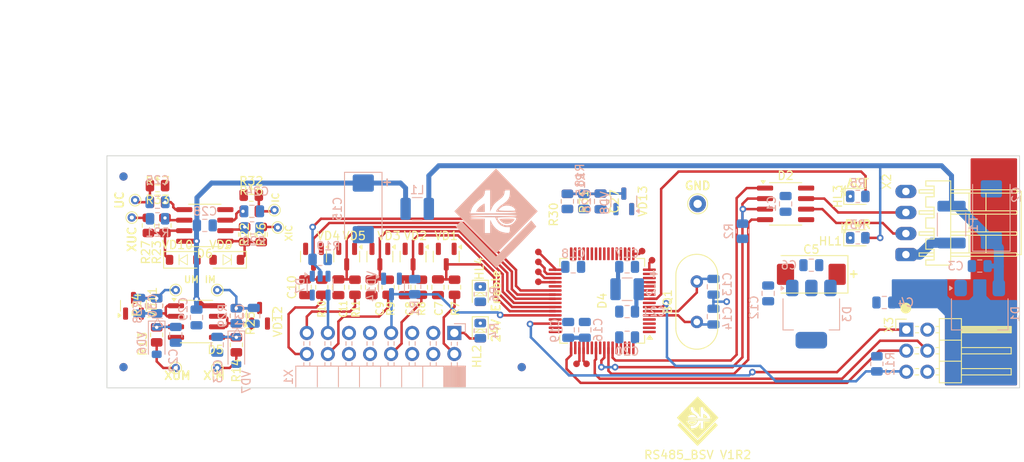
<source format=kicad_pcb>
(kicad_pcb
	(version 20240108)
	(generator "pcbnew")
	(generator_version "8.0")
	(general
		(thickness 1.6)
		(legacy_teardrops no)
	)
	(paper "A4")
	(title_block
		(title "RS485_BSV")
		(rev "2")
		(company "ООО \"Экросхим\"")
		(comment 1 "Антон Мухин")
	)
	(layers
		(0 "F.Cu" signal)
		(31 "B.Cu" signal)
		(32 "B.Adhes" user "B.Adhesive")
		(33 "F.Adhes" user "F.Adhesive")
		(34 "B.Paste" user)
		(35 "F.Paste" user)
		(36 "B.SilkS" user "B.Silkscreen")
		(37 "F.SilkS" user "F.Silkscreen")
		(38 "B.Mask" user)
		(39 "F.Mask" user)
		(40 "Dwgs.User" user "User.Drawings")
		(41 "Cmts.User" user "User.Comments")
		(42 "Eco1.User" user "User.Eco1")
		(43 "Eco2.User" user "User.Eco2")
		(44 "Edge.Cuts" user)
		(45 "Margin" user)
		(46 "B.CrtYd" user "B.Courtyard")
		(47 "F.CrtYd" user "F.Courtyard")
		(48 "B.Fab" user)
		(49 "F.Fab" user)
		(50 "User.1" user)
		(51 "User.2" user)
		(52 "User.3" user)
		(53 "User.4" user)
		(54 "User.5" user)
		(55 "User.6" user)
		(56 "User.7" user)
		(57 "User.8" user)
		(58 "User.9" user)
	)
	(setup
		(pad_to_mask_clearance 0)
		(allow_soldermask_bridges_in_footprints no)
		(aux_axis_origin 30 63)
		(grid_origin 30 63)
		(pcbplotparams
			(layerselection 0x00010fc_ffffffff)
			(plot_on_all_layers_selection 0x0000000_00000000)
			(disableapertmacros no)
			(usegerberextensions no)
			(usegerberattributes no)
			(usegerberadvancedattributes no)
			(creategerberjobfile no)
			(dashed_line_dash_ratio 12.000000)
			(dashed_line_gap_ratio 3.000000)
			(svgprecision 4)
			(plotframeref no)
			(viasonmask no)
			(mode 1)
			(useauxorigin yes)
			(hpglpennumber 1)
			(hpglpenspeed 20)
			(hpglpendiameter 15.000000)
			(pdf_front_fp_property_popups yes)
			(pdf_back_fp_property_popups yes)
			(dxfpolygonmode yes)
			(dxfimperialunits yes)
			(dxfusepcbnewfont yes)
			(psnegative no)
			(psa4output no)
			(plotreference yes)
			(plotvalue no)
			(plotfptext yes)
			(plotinvisibletext no)
			(sketchpadsonfab no)
			(subtractmaskfromsilk yes)
			(outputformat 1)
			(mirror no)
			(drillshape 0)
			(scaleselection 1)
			(outputdirectory "gerbers/")
		)
	)
	(net 0 "")
	(net 1 "Net-(D4-PD0)")
	(net 2 "Net-(D4-PD1)")
	(net 3 "+3V3")
	(net 4 "GND")
	(net 5 "+12V")
	(net 6 "+5V")
	(net 7 "UA_RDY")
	(net 8 "XRAY_ON")
	(net 9 "NO_LINK")
	(net 10 "OVERLOAD")
	(net 11 "OVERHEAT")
	(net 12 "+12VA")
	(net 13 "+3.3VA")
	(net 14 "Net-(D5A-+)")
	(net 15 "Net-(D5B-+)")
	(net 16 "Net-(D6A-+)")
	(net 17 "Net-(D6B-+)")
	(net 18 "HV_24V")
	(net 19 "HV_15V")
	(net 20 "Net-(D2-B)")
	(net 21 "U1_RX")
	(net 22 "TXEN")
	(net 23 "Net-(D2-A)")
	(net 24 "U1_TX")
	(net 25 "SWO")
	(net 26 "unconnected-(D4-PC15-Pad4)")
	(net 27 "unconnected-(D4-PB4-Pad56)")
	(net 28 "unconnected-(D4-PB2-Pad28)")
	(net 29 "Ia_CTRL")
	(net 30 "SWCLK")
	(net 31 "unconnected-(D4-PC6-Pad37)")
	(net 32 "unconnected-(D4-PB9-Pad62)")
	(net 33 "unconnected-(D4-PC3-Pad11)")
	(net 34 "unconnected-(D4-PB10-Pad29)")
	(net 35 "unconnected-(D4-PC14-Pad3)")
	(net 36 "Net-(D4-PC10)")
	(net 37 "unconnected-(D4-PC0-Pad8)")
	(net 38 "RESET")
	(net 39 "unconnected-(D4-PB8-Pad61)")
	(net 40 "SWDIO")
	(net 41 "Net-(D4-PB14)")
	(net 42 "unconnected-(D4-PD2-Pad54)")
	(net 43 "Ua_MON")
	(net 44 "unconnected-(D4-PA1-Pad15)")
	(net 45 "unconnected-(D4-PA12-Pad45)")
	(net 46 "Net-(D4-PC11)")
	(net 47 "HV_ENABLE")
	(net 48 "unconnected-(D4-PB1-Pad27)")
	(net 49 "unconnected-(D4-PB0-Pad26)")
	(net 50 "unconnected-(D4-PC12-Pad53)")
	(net 51 "Ua_CTRL")
	(net 52 "unconnected-(D4-PC2-Pad10)")
	(net 53 "Net-(D4-PB12)")
	(net 54 "CONN")
	(net 55 "Ia_MON")
	(net 56 "Net-(D4-PA3)")
	(net 57 "unconnected-(D4-PC13-Pad2)")
	(net 58 "unconnected-(D4-PB11-Pad30)")
	(net 59 "LED_ACT")
	(net 60 "Net-(D4-PB15)")
	(net 61 "unconnected-(D4-PA15-Pad50)")
	(net 62 "Net-(D4-PA2)")
	(net 63 "Net-(D4-PB13)")
	(net 64 "unconnected-(D4-PA0-Pad14)")
	(net 65 "Net-(D5A--)")
	(net 66 "Net-(D5B--)")
	(net 67 "Net-(D6B--)")
	(net 68 "Net-(D6A--)")
	(net 69 "unconnected-(D7-NC-Pad1)")
	(net 70 "X_HV_ENABLE")
	(net 71 "Net-(X2-Pin_1)")
	(net 72 "Net-(HL1-K)")
	(net 73 "Net-(HL2-K)")
	(net 74 "X_HV_24V")
	(net 75 "Net-(HL3-K)")
	(net 76 "Net-(HL4-K)")
	(net 77 "/X_UA_RDY")
	(net 78 "/X_XRAY_ON")
	(net 79 "/X_NO_LINK")
	(net 80 "/X_OVERLOAD")
	(net 81 "/X_OVERHEAT")
	(net 82 "X_Ua_MON")
	(net 83 "X_Ia_MON")
	(net 84 "X_Ua_CTRL")
	(net 85 "X_Ia_CTRL")
	(net 86 "X_HV_15V")
	(net 87 "Net-(VD10-K)")
	(net 88 "Net-(VD9-K)")
	(footprint "Capacitor_SMD:C_0805_2012Metric" (layer "F.Cu") (at 57.9 50.862499 -90))
	(footprint "Capacitor_SMD:C_0805_2012Metric" (layer "F.Cu") (at 89.5 40.5 -90))
	(footprint "Resistor_SMD:R_0805_2012Metric" (layer "F.Cu") (at 46.6 44.5 90))
	(footprint "Resistor_SMD:R_0805_2012Metric" (layer "F.Cu") (at 36.1 38.6))
	(footprint "TestPoint:TestPoint_THTPad_D1.0mm_Drill0.5mm" (layer "F.Cu") (at 50.2 41.550001 180))
	(footprint "Connector_PinHeader_2.54mm:PinHeader_2x03_P2.54mm_Horizontal" (layer "F.Cu") (at 126.35 55.975))
	(footprint "Resistor_SMD:R_0805_2012Metric" (layer "F.Cu") (at 85.5 40.5 90))
	(footprint "Fiducial:Fiducial_1mm_Mask3mm" (layer "F.Cu") (at 80 60.5))
	(footprint "Ecohim:TestPoint_Pad_D0.8mm_no_circle" (layer "F.Cu") (at 95.7 47.6 -90))
	(footprint "Package_TO_SOT_SMD:SOT-23" (layer "F.Cu") (at 70.9 47.162499 -90))
	(footprint "Resistor_SMD:R_0805_2012Metric" (layer "F.Cu") (at 45.6 54.3 90))
	(footprint "Ecohim:TestPoint_Pad_D0.8mm_no_circle" (layer "F.Cu") (at 82 47.8 -90))
	(footprint "TestPoint:TestPoint_THTPad_D1.0mm_Drill0.5mm" (layer "F.Cu") (at 38.3 51.2))
	(footprint "Resistor_SMD:R_0805_2012Metric" (layer "F.Cu") (at 48.599999 44.5 90))
	(footprint "Package_TO_SOT_SMD:SOT-23" (layer "F.Cu") (at 66.9 47.162499 -90))
	(footprint "Package_QFP:LQFP-64_10x10mm_P0.5mm" (layer "F.Cu") (at 89.7 52.5 180))
	(footprint "TestPoint:TestPoint_THTPad_D1.0mm_Drill0.5mm" (layer "F.Cu") (at 43.3 60.6))
	(footprint "Resistor_SMD:R_0805_2012Metric" (layer "F.Cu") (at 63.9 50.862499 90))
	(footprint "LED_SMD:LED_0805_2012Metric" (layer "F.Cu") (at 75 56.1 -90))
	(footprint "Resistor_SMD:R_0805_2012Metric" (layer "F.Cu") (at 71.9 50.862499 90))
	(footprint "TestPoint:TestPoint_THTPad_D1.0mm_Drill0.5mm" (layer "F.Cu") (at 50.6 43.649999 180))
	(footprint "Resistor_SMD:R_0805_2012Metric" (layer "F.Cu") (at 55.9 50.862499 90))
	(footprint "Ecohim:TestPoint_Pad_D0.8mm_no_circle" (layer "F.Cu") (at 82 49 -90))
	(footprint "LED_SMD:LED_0805_2012Metric" (layer "F.Cu") (at 75 51.7 -90))
	(footprint "Package_TO_SOT_SMD:SOT-23" (layer "F.Cu") (at 58.9 47.162499 -90))
	(footprint "TestPoint:TestPoint_THTPad_D1.0mm_Drill0.5mm" (layer "F.Cu") (at 38.3 60.6))
	(footprint "Ecohim:TestPoint_Pad_D0.8mm_no_circle" (layer "F.Cu") (at 82 46.6 -90))
	(footprint "Diode_SMD:D_SOD-123" (layer "F.Cu") (at 39.2 47.550001))
	(footprint "Crystal:Crystal_HC49-4H_Vertical" (layer "F.Cu") (at 101.1 55.050001 90))
	(footprint "Package_TO_SOT_SMD:SOT-23" (layer "F.Cu") (at 54.9 47.162499 -90))
	(footprint "TestPoint:TestPoint_THTPad_D2.0mm_Drill1.0mm" (layer "F.Cu") (at 101.2 40.8))
	(footprint "Ecohim:DS1070-4MR_WF-4RA_CONNFLY" (layer "F.Cu") (at 126.3 39.3 -90))
	(footprint "Ecohim:TestPoint_Pad_D0.8mm_no_circle" (layer "F.Cu") (at 94.5 46.5 -90))
	(footprint "TestPoint:TestPoint_THTPad_D1.0mm_Drill0.5mm" (layer "F.Cu") (at 43.3 51.2))
	(footprint "Ecohim:TestPoint_Pad_D0.8mm_no_circle" (layer "F.Cu") (at 82 50.2 -90))
	(footprint "LED_SMD:LED_0805_2012Metric" (layer "F.Cu") (at 120.5 44.9))
	(footprint "Fiducial:Fiducial_1mm_Mask3mm" (layer "F.Cu") (at 32 60.5))
	(footprint "Package_TO_SOT_SMD:SOT-23" (layer "F.Cu") (at 62.9 47.162499 -90))
	(footprint "Package_SO:SOIC-8_3.9x4.9mm_P1.27mm" (layer "F.Cu") (at 41.8 43.4 180))
	(footprint "Fiducial:Fiducial_1mm_Mask3mm" (layer "F.Cu") (at 32 37.5))
	(footprint "Ecohim:TestPoint_Pad_D0.8mm_no_circle"
		(layer "F.Cu")
		(uuid "994e962f-6f8c-4506-95e2-692a998de945")
		(at 87.800001 60.1 -90)
		(descr "SMD pad as test Point, diameter 0.8mm")
		(tags "test point SMD pad")
		(property "Reference" "TP3"
			(at 0 -1.448001 90)
			(layer "F.SilkS")
			(hide yes)
			(uuid "a7cf7626-7b2f-4ba4-81bd-d2dc5d83f453")
			(effects
				(font
					(size 1 1)
					(thickness 0.15)
				)
			)
		)
		(property "Value" "TestPoint"
			(at 0 1.550001 90)
			(layer "F.Fab")
			(hide yes)
			(uuid "6df85dba-4838-47dd-9172-088c7b593623")
			(effects
				(font
					(size 1 1)
					(thickness 0.15)
				)
			)
		)
		(property "Footprint" "Ecohim:TestPoint_Pad_D0.8mm_no_circle"
			(at 0 0 90)
			(layer "F.Fab")
			(hide yes)
			(uuid "29358d4a-4997-41c9-bb7a-1761f74586ba")
			(effects
				(font
					(size 1.27 1.27)
					(thickness 0.15)
				)
			)
		)
		(property "Datasheet" ""
			(at 0 0 90)
			(layer "F.Fab")
			(hide yes)
			(uuid "58c16a85-9df6-45c5-8d8e-4b54ef990bfb")
			(effects
				(font
					(size 1.27 1.27)
					(thickness 0.15)
				)
			)
		)
		(property "Description" ""
			(at 0 0 90)
			(layer "F.Fab")
			(hide yes)
			(uuid "951b29fb-2560-43a3-bcf3-e322e2e8284b")
			(effects
		
... [469698 chars truncated]
</source>
